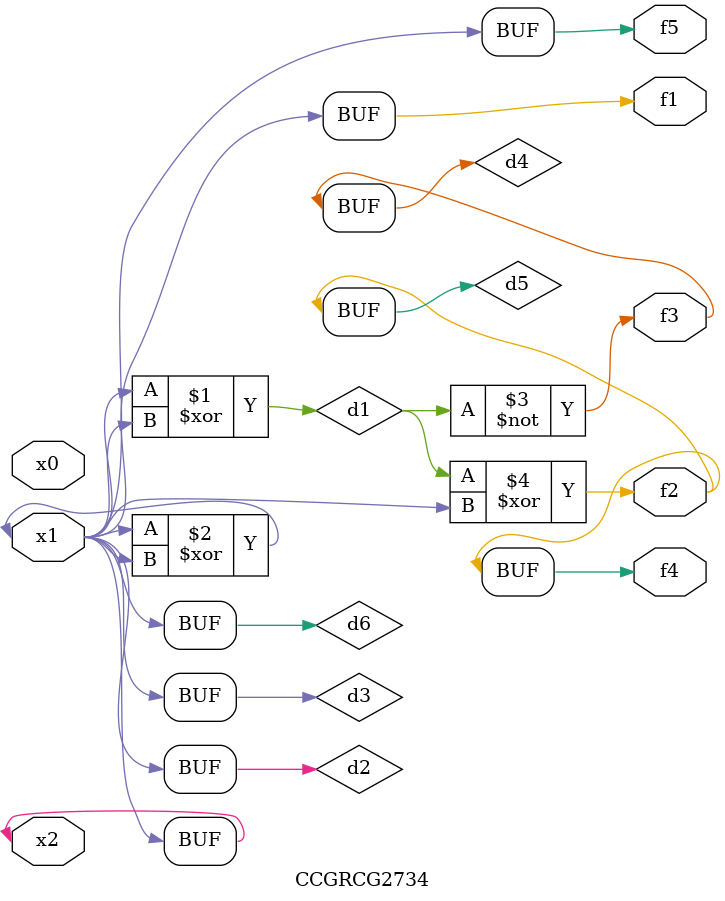
<source format=v>
module CCGRCG2734(
	input x0, x1, x2,
	output f1, f2, f3, f4, f5
);

	wire d1, d2, d3, d4, d5, d6;

	xor (d1, x1, x2);
	buf (d2, x1, x2);
	xor (d3, x1, x2);
	nor (d4, d1);
	xor (d5, d1, d2);
	buf (d6, d2, d3);
	assign f1 = d6;
	assign f2 = d5;
	assign f3 = d4;
	assign f4 = d5;
	assign f5 = d6;
endmodule

</source>
